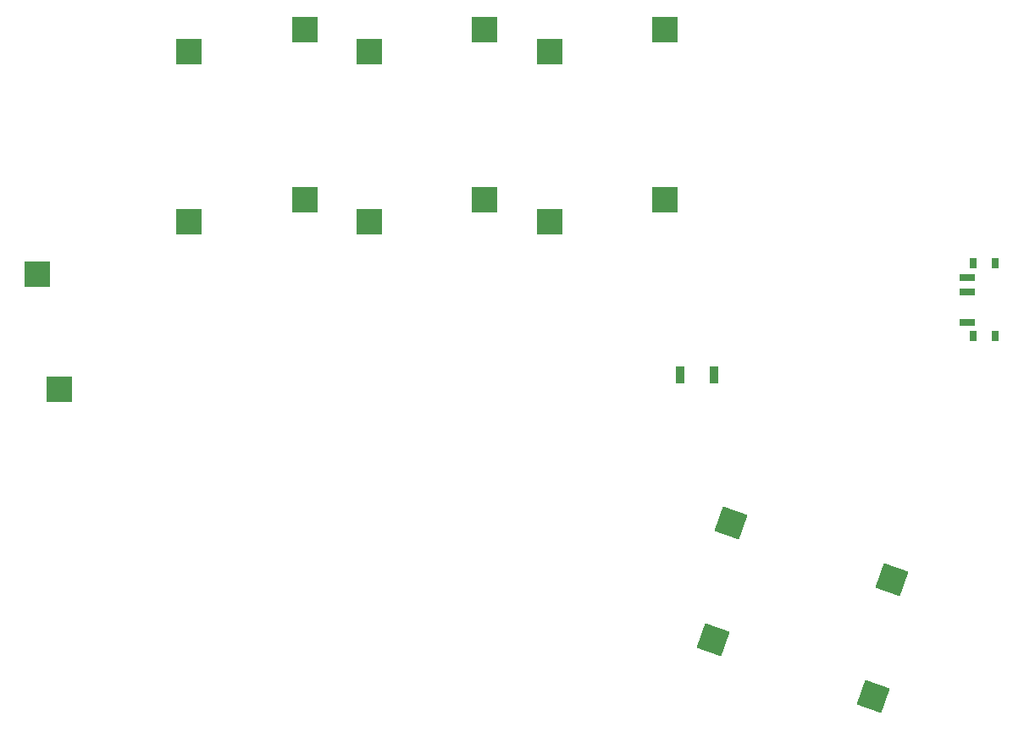
<source format=gtp>
G04 #@! TF.GenerationSoftware,KiCad,Pcbnew,(6.0.8-1)-1*
G04 #@! TF.CreationDate,2022-11-22T18:51:54+00:00*
G04 #@! TF.ProjectId,nine-nano-no-jumpers,6e696e65-2d6e-4616-9e6f-2d6e6f2d6a75,v1.0.0*
G04 #@! TF.SameCoordinates,Original*
G04 #@! TF.FileFunction,Paste,Top*
G04 #@! TF.FilePolarity,Positive*
%FSLAX46Y46*%
G04 Gerber Fmt 4.6, Leading zero omitted, Abs format (unit mm)*
G04 Created by KiCad (PCBNEW (6.0.8-1)-1) date 2022-11-22 18:51:54*
%MOMM*%
%LPD*%
G01*
G04 APERTURE LIST*
G04 Aperture macros list*
%AMRotRect*
0 Rectangle, with rotation*
0 The origin of the aperture is its center*
0 $1 length*
0 $2 width*
0 $3 Rotation angle, in degrees counterclockwise*
0 Add horizontal line*
21,1,$1,$2,0,0,$3*%
G04 Aperture macros list end*
%ADD10R,2.600000X2.600000*%
%ADD11R,0.800000X1.000000*%
%ADD12R,1.500000X0.700000*%
%ADD13RotRect,2.600000X2.600000X70.500000*%
%ADD14R,0.900000X1.700000*%
G04 APERTURE END LIST*
D10*
G04 #@! TO.C,SW1*
X95550000Y-94725000D03*
X97750000Y-106275000D03*
G04 #@! TD*
D11*
G04 #@! TO.C,SWF1*
X191330000Y-93650000D03*
X189120000Y-100950000D03*
X191330000Y-100950000D03*
X189120000Y-93650000D03*
D12*
X188470000Y-99550000D03*
X188470000Y-96550000D03*
X188470000Y-95050000D03*
G04 #@! TD*
D13*
G04 #@! TO.C,SW9*
X180927405Y-125340814D03*
X179145747Y-136962699D03*
G04 #@! TD*
D10*
G04 #@! TO.C,SW5*
X122275000Y-87300000D03*
X110725000Y-89500000D03*
G04 #@! TD*
G04 #@! TO.C,SW3*
X140275000Y-70300000D03*
X128725000Y-72500000D03*
G04 #@! TD*
D14*
G04 #@! TO.C,RESET1*
X159800000Y-104800000D03*
X163200000Y-104800000D03*
G04 #@! TD*
D10*
G04 #@! TO.C,SW4*
X158275000Y-70300000D03*
X146725000Y-72500000D03*
G04 #@! TD*
G04 #@! TO.C,SW7*
X158275000Y-87300000D03*
X146725000Y-89500000D03*
G04 #@! TD*
G04 #@! TO.C,SW6*
X140275000Y-87300000D03*
X128725000Y-89500000D03*
G04 #@! TD*
D13*
G04 #@! TO.C,SW8*
X164902501Y-119666098D03*
X163120843Y-131287983D03*
G04 #@! TD*
D10*
G04 #@! TO.C,SW2*
X122275000Y-70300000D03*
X110725000Y-72500000D03*
G04 #@! TD*
M02*

</source>
